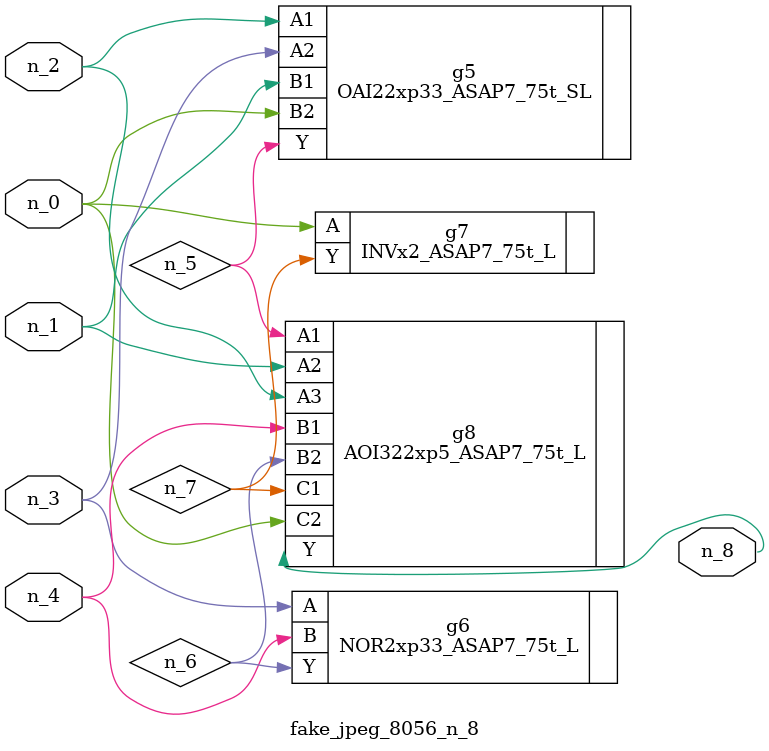
<source format=v>
module fake_jpeg_8056_n_8 (n_3, n_2, n_1, n_0, n_4, n_8);

input n_3;
input n_2;
input n_1;
input n_0;
input n_4;

output n_8;

wire n_6;
wire n_5;
wire n_7;

OAI22xp33_ASAP7_75t_SL g5 ( 
.A1(n_2),
.A2(n_3),
.B1(n_1),
.B2(n_0),
.Y(n_5)
);

NOR2xp33_ASAP7_75t_L g6 ( 
.A(n_3),
.B(n_4),
.Y(n_6)
);

INVx2_ASAP7_75t_L g7 ( 
.A(n_0),
.Y(n_7)
);

AOI322xp5_ASAP7_75t_L g8 ( 
.A1(n_5),
.A2(n_1),
.A3(n_2),
.B1(n_4),
.B2(n_6),
.C1(n_7),
.C2(n_0),
.Y(n_8)
);


endmodule
</source>
